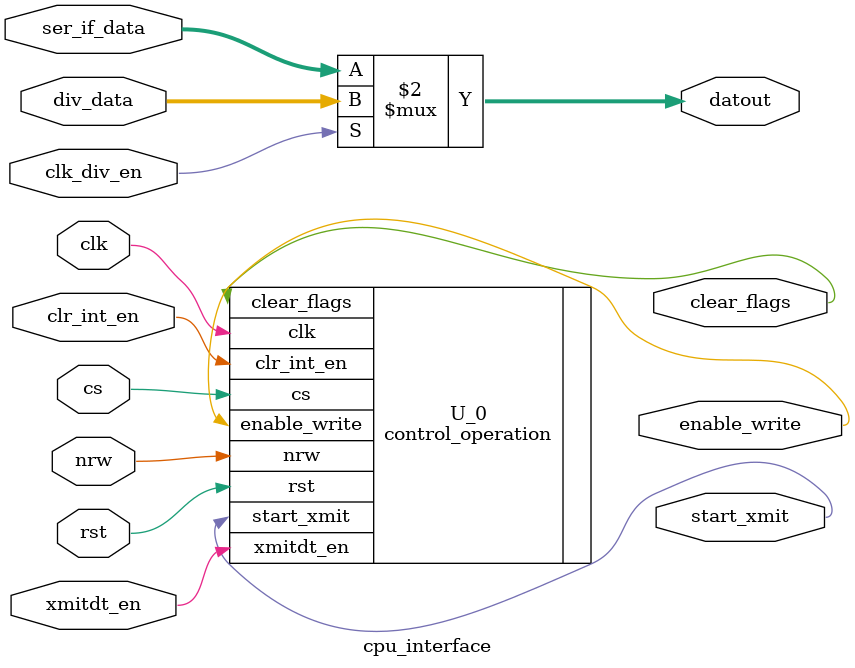
<source format=v>

`resetall
`timescale 1ns/10ps
module cpu_interface( 
   clk, 
   clk_div_en, 
   clr_int_en, 
   cs, 
   div_data, 
   nrw, 
   rst, 
   ser_if_data, 
   xmitdt_en, 
   clear_flags, 
   datout,        // 8-bit data out bus to cpu
   enable_write, 
   start_xmit
);


// Internal Declarations

input        clk;
input        clk_div_en;
input        clr_int_en;
input        cs;
input  [7:0] div_data;
input        nrw;
input        rst;
input  [7:0] ser_if_data;
input        xmitdt_en;
output       clear_flags;
output [7:0] datout;
output       enable_write;
output       start_xmit;


wire        clk;
wire        clk_div_en;
wire        clr_int_en;
wire        cs;
wire [7:0]  div_data;
wire        nrw;
wire        rst;
wire [7:0]  ser_if_data;
wire        xmitdt_en;
wire        clear_flags;
wire [7:0]  datout; // 8-bit data out bus to cpu
wire        enable_write;
wire        start_xmit;

// Local declarations

// Internal signal declarations


// Instances 
control_operation U_0( 
   .clk          (clk), 
   .clr_int_en   (clr_int_en), 
   .cs           (cs), 
   .nrw          (nrw), 
   .rst          (rst), 
   .xmitdt_en    (xmitdt_en), 
   .clear_flags  (clear_flags), 
   .enable_write (enable_write), 
   .start_xmit   (start_xmit)
); 

// HDL Embedded Text Block 1 data_out_mux
assign datout = (clk_div_en == 1) ? div_data : ser_if_data;

endmodule // cpu_interface


</source>
